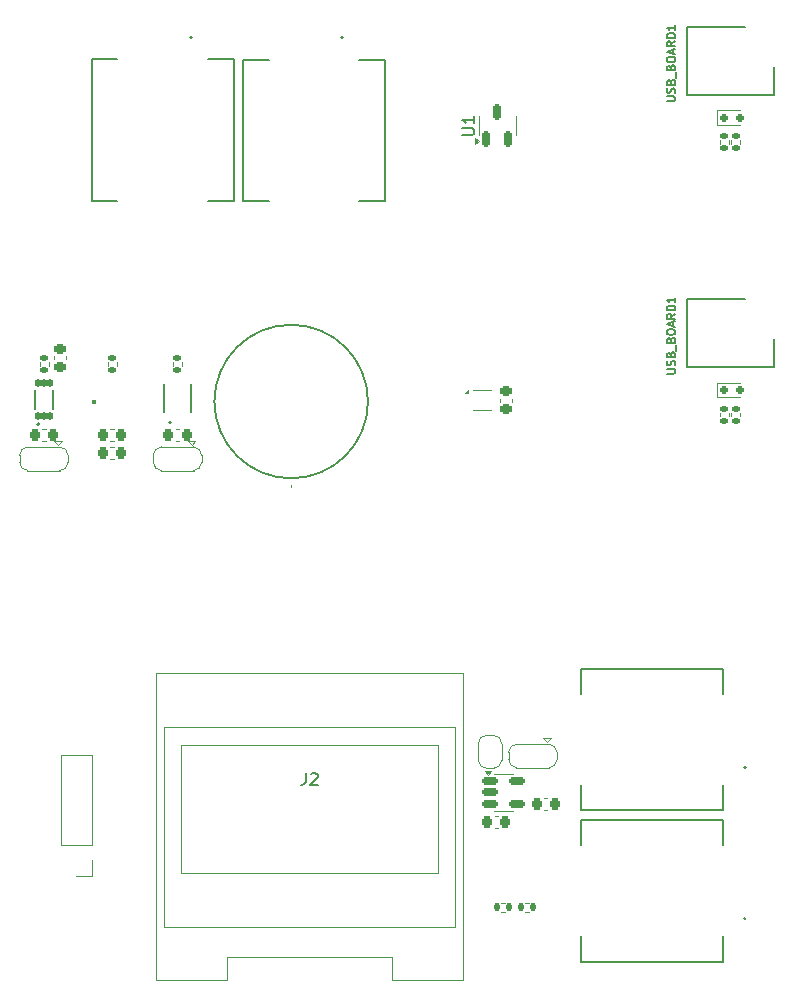
<source format=gbr>
%TF.GenerationSoftware,KiCad,Pcbnew,8.0.6*%
%TF.CreationDate,2024-11-11T19:10:45+01:00*%
%TF.ProjectId,panel,70616e65-6c2e-46b6-9963-61645f706362,rev?*%
%TF.SameCoordinates,Original*%
%TF.FileFunction,Legend,Top*%
%TF.FilePolarity,Positive*%
%FSLAX46Y46*%
G04 Gerber Fmt 4.6, Leading zero omitted, Abs format (unit mm)*
G04 Created by KiCad (PCBNEW 8.0.6) date 2024-11-11 19:10:45*
%MOMM*%
%LPD*%
G01*
G04 APERTURE LIST*
G04 Aperture macros list*
%AMRoundRect*
0 Rectangle with rounded corners*
0 $1 Rounding radius*
0 $2 $3 $4 $5 $6 $7 $8 $9 X,Y pos of 4 corners*
0 Add a 4 corners polygon primitive as box body*
4,1,4,$2,$3,$4,$5,$6,$7,$8,$9,$2,$3,0*
0 Add four circle primitives for the rounded corners*
1,1,$1+$1,$2,$3*
1,1,$1+$1,$4,$5*
1,1,$1+$1,$6,$7*
1,1,$1+$1,$8,$9*
0 Add four rect primitives between the rounded corners*
20,1,$1+$1,$2,$3,$4,$5,0*
20,1,$1+$1,$4,$5,$6,$7,0*
20,1,$1+$1,$6,$7,$8,$9,0*
20,1,$1+$1,$8,$9,$2,$3,0*%
%AMFreePoly0*
4,1,19,0.500000,-0.750000,0.000000,-0.750000,0.000000,-0.744911,-0.071157,-0.744911,-0.207708,-0.704816,-0.327430,-0.627875,-0.420627,-0.520320,-0.479746,-0.390866,-0.500000,-0.250000,-0.500000,0.250000,-0.479746,0.390866,-0.420627,0.520320,-0.327430,0.627875,-0.207708,0.704816,-0.071157,0.744911,0.000000,0.744911,0.000000,0.750000,0.500000,0.750000,0.500000,-0.750000,0.500000,-0.750000,
$1*%
%AMFreePoly1*
4,1,19,0.000000,0.744911,0.071157,0.744911,0.207708,0.704816,0.327430,0.627875,0.420627,0.520320,0.479746,0.390866,0.500000,0.250000,0.500000,-0.250000,0.479746,-0.390866,0.420627,-0.520320,0.327430,-0.627875,0.207708,-0.704816,0.071157,-0.744911,0.000000,-0.744911,0.000000,-0.750000,-0.500000,-0.750000,-0.500000,0.750000,0.000000,0.750000,0.000000,0.744911,0.000000,0.744911,
$1*%
%AMFreePoly2*
4,1,19,0.550000,-0.750000,0.000000,-0.750000,0.000000,-0.744911,-0.071157,-0.744911,-0.207708,-0.704816,-0.327430,-0.627875,-0.420627,-0.520320,-0.479746,-0.390866,-0.500000,-0.250000,-0.500000,0.250000,-0.479746,0.390866,-0.420627,0.520320,-0.327430,0.627875,-0.207708,0.704816,-0.071157,0.744911,0.000000,0.744911,0.000000,0.750000,0.550000,0.750000,0.550000,-0.750000,0.550000,-0.750000,
$1*%
%AMFreePoly3*
4,1,19,0.000000,0.744911,0.071157,0.744911,0.207708,0.704816,0.327430,0.627875,0.420627,0.520320,0.479746,0.390866,0.500000,0.250000,0.500000,-0.250000,0.479746,-0.390866,0.420627,-0.520320,0.327430,-0.627875,0.207708,-0.704816,0.071157,-0.744911,0.000000,-0.744911,0.000000,-0.750000,-0.550000,-0.750000,-0.550000,0.750000,0.000000,0.750000,0.000000,0.744911,0.000000,0.744911,
$1*%
G04 Aperture macros list end*
%ADD10C,0.175000*%
%ADD11C,0.150000*%
%ADD12C,0.120000*%
%ADD13C,0.200000*%
%ADD14C,0.100000*%
%ADD15C,0.152400*%
%ADD16C,0.127000*%
%ADD17RoundRect,0.150000X0.150000X0.200000X-0.150000X0.200000X-0.150000X-0.200000X0.150000X-0.200000X0*%
%ADD18RoundRect,0.135000X0.185000X-0.135000X0.185000X0.135000X-0.185000X0.135000X-0.185000X-0.135000X0*%
%ADD19R,1.275000X1.275000*%
%ADD20C,1.275000*%
%ADD21C,0.650000*%
%ADD22C,1.070000*%
%ADD23C,1.755000*%
%ADD24C,1.875000*%
%ADD25RoundRect,0.225000X-0.225000X-0.250000X0.225000X-0.250000X0.225000X0.250000X-0.225000X0.250000X0*%
%ADD26RoundRect,0.135000X0.135000X0.185000X-0.135000X0.185000X-0.135000X-0.185000X0.135000X-0.185000X0*%
%ADD27C,1.850000*%
%ADD28C,2.000000*%
%ADD29R,1.700000X1.700000*%
%ADD30O,1.700000X1.700000*%
%ADD31FreePoly0,270.000000*%
%ADD32FreePoly1,270.000000*%
%ADD33RoundRect,0.150000X-0.512500X-0.150000X0.512500X-0.150000X0.512500X0.150000X-0.512500X0.150000X0*%
%ADD34FreePoly2,180.000000*%
%ADD35R,1.000000X1.500000*%
%ADD36FreePoly3,180.000000*%
%ADD37C,1.700000*%
%ADD38C,1.600000*%
%ADD39R,1.600000X1.600000*%
%ADD40R,0.400000X1.000000*%
%ADD41R,0.400000X1.100000*%
%ADD42RoundRect,0.135000X-0.185000X0.135000X-0.185000X-0.135000X0.185000X-0.135000X0.185000X0.135000X0*%
%ADD43RoundRect,0.225000X0.250000X-0.225000X0.250000X0.225000X-0.250000X0.225000X-0.250000X-0.225000X0*%
%ADD44R,0.254000X0.660400*%
%ADD45R,1.447800X0.762000*%
%ADD46R,0.750000X0.300000*%
%ADD47RoundRect,0.102000X0.125000X-0.275000X0.125000X0.275000X-0.125000X0.275000X-0.125000X-0.275000X0*%
%ADD48R,2.000000X2.000000*%
%ADD49RoundRect,0.225000X-0.250000X0.225000X-0.250000X-0.225000X0.250000X-0.225000X0.250000X0.225000X0*%
%ADD50RoundRect,0.150000X0.150000X-0.512500X0.150000X0.512500X-0.150000X0.512500X-0.150000X-0.512500X0*%
G04 APERTURE END LIST*
D10*
X161722733Y-83584999D02*
X162289400Y-83584999D01*
X162289400Y-83584999D02*
X162356066Y-83551666D01*
X162356066Y-83551666D02*
X162389400Y-83518332D01*
X162389400Y-83518332D02*
X162422733Y-83451666D01*
X162422733Y-83451666D02*
X162422733Y-83318332D01*
X162422733Y-83318332D02*
X162389400Y-83251666D01*
X162389400Y-83251666D02*
X162356066Y-83218332D01*
X162356066Y-83218332D02*
X162289400Y-83184999D01*
X162289400Y-83184999D02*
X161722733Y-83184999D01*
X162389400Y-82884999D02*
X162422733Y-82784999D01*
X162422733Y-82784999D02*
X162422733Y-82618333D01*
X162422733Y-82618333D02*
X162389400Y-82551666D01*
X162389400Y-82551666D02*
X162356066Y-82518333D01*
X162356066Y-82518333D02*
X162289400Y-82484999D01*
X162289400Y-82484999D02*
X162222733Y-82484999D01*
X162222733Y-82484999D02*
X162156066Y-82518333D01*
X162156066Y-82518333D02*
X162122733Y-82551666D01*
X162122733Y-82551666D02*
X162089400Y-82618333D01*
X162089400Y-82618333D02*
X162056066Y-82751666D01*
X162056066Y-82751666D02*
X162022733Y-82818333D01*
X162022733Y-82818333D02*
X161989400Y-82851666D01*
X161989400Y-82851666D02*
X161922733Y-82884999D01*
X161922733Y-82884999D02*
X161856066Y-82884999D01*
X161856066Y-82884999D02*
X161789400Y-82851666D01*
X161789400Y-82851666D02*
X161756066Y-82818333D01*
X161756066Y-82818333D02*
X161722733Y-82751666D01*
X161722733Y-82751666D02*
X161722733Y-82584999D01*
X161722733Y-82584999D02*
X161756066Y-82484999D01*
X162056066Y-81951666D02*
X162089400Y-81851666D01*
X162089400Y-81851666D02*
X162122733Y-81818332D01*
X162122733Y-81818332D02*
X162189400Y-81784999D01*
X162189400Y-81784999D02*
X162289400Y-81784999D01*
X162289400Y-81784999D02*
X162356066Y-81818332D01*
X162356066Y-81818332D02*
X162389400Y-81851666D01*
X162389400Y-81851666D02*
X162422733Y-81918332D01*
X162422733Y-81918332D02*
X162422733Y-82184999D01*
X162422733Y-82184999D02*
X161722733Y-82184999D01*
X161722733Y-82184999D02*
X161722733Y-81951666D01*
X161722733Y-81951666D02*
X161756066Y-81884999D01*
X161756066Y-81884999D02*
X161789400Y-81851666D01*
X161789400Y-81851666D02*
X161856066Y-81818332D01*
X161856066Y-81818332D02*
X161922733Y-81818332D01*
X161922733Y-81818332D02*
X161989400Y-81851666D01*
X161989400Y-81851666D02*
X162022733Y-81884999D01*
X162022733Y-81884999D02*
X162056066Y-81951666D01*
X162056066Y-81951666D02*
X162056066Y-82184999D01*
X162489400Y-81651666D02*
X162489400Y-81118332D01*
X162056066Y-80718333D02*
X162089400Y-80618333D01*
X162089400Y-80618333D02*
X162122733Y-80584999D01*
X162122733Y-80584999D02*
X162189400Y-80551666D01*
X162189400Y-80551666D02*
X162289400Y-80551666D01*
X162289400Y-80551666D02*
X162356066Y-80584999D01*
X162356066Y-80584999D02*
X162389400Y-80618333D01*
X162389400Y-80618333D02*
X162422733Y-80684999D01*
X162422733Y-80684999D02*
X162422733Y-80951666D01*
X162422733Y-80951666D02*
X161722733Y-80951666D01*
X161722733Y-80951666D02*
X161722733Y-80718333D01*
X161722733Y-80718333D02*
X161756066Y-80651666D01*
X161756066Y-80651666D02*
X161789400Y-80618333D01*
X161789400Y-80618333D02*
X161856066Y-80584999D01*
X161856066Y-80584999D02*
X161922733Y-80584999D01*
X161922733Y-80584999D02*
X161989400Y-80618333D01*
X161989400Y-80618333D02*
X162022733Y-80651666D01*
X162022733Y-80651666D02*
X162056066Y-80718333D01*
X162056066Y-80718333D02*
X162056066Y-80951666D01*
X161722733Y-80118333D02*
X161722733Y-79984999D01*
X161722733Y-79984999D02*
X161756066Y-79918333D01*
X161756066Y-79918333D02*
X161822733Y-79851666D01*
X161822733Y-79851666D02*
X161956066Y-79818333D01*
X161956066Y-79818333D02*
X162189400Y-79818333D01*
X162189400Y-79818333D02*
X162322733Y-79851666D01*
X162322733Y-79851666D02*
X162389400Y-79918333D01*
X162389400Y-79918333D02*
X162422733Y-79984999D01*
X162422733Y-79984999D02*
X162422733Y-80118333D01*
X162422733Y-80118333D02*
X162389400Y-80184999D01*
X162389400Y-80184999D02*
X162322733Y-80251666D01*
X162322733Y-80251666D02*
X162189400Y-80284999D01*
X162189400Y-80284999D02*
X161956066Y-80284999D01*
X161956066Y-80284999D02*
X161822733Y-80251666D01*
X161822733Y-80251666D02*
X161756066Y-80184999D01*
X161756066Y-80184999D02*
X161722733Y-80118333D01*
X162222733Y-79551666D02*
X162222733Y-79218333D01*
X162422733Y-79618333D02*
X161722733Y-79385000D01*
X161722733Y-79385000D02*
X162422733Y-79151666D01*
X162422733Y-78518333D02*
X162089400Y-78751666D01*
X162422733Y-78918333D02*
X161722733Y-78918333D01*
X161722733Y-78918333D02*
X161722733Y-78651666D01*
X161722733Y-78651666D02*
X161756066Y-78585000D01*
X161756066Y-78585000D02*
X161789400Y-78551666D01*
X161789400Y-78551666D02*
X161856066Y-78518333D01*
X161856066Y-78518333D02*
X161956066Y-78518333D01*
X161956066Y-78518333D02*
X162022733Y-78551666D01*
X162022733Y-78551666D02*
X162056066Y-78585000D01*
X162056066Y-78585000D02*
X162089400Y-78651666D01*
X162089400Y-78651666D02*
X162089400Y-78918333D01*
X162422733Y-78218333D02*
X161722733Y-78218333D01*
X161722733Y-78218333D02*
X161722733Y-78051666D01*
X161722733Y-78051666D02*
X161756066Y-77951666D01*
X161756066Y-77951666D02*
X161822733Y-77885000D01*
X161822733Y-77885000D02*
X161889400Y-77851666D01*
X161889400Y-77851666D02*
X162022733Y-77818333D01*
X162022733Y-77818333D02*
X162122733Y-77818333D01*
X162122733Y-77818333D02*
X162256066Y-77851666D01*
X162256066Y-77851666D02*
X162322733Y-77885000D01*
X162322733Y-77885000D02*
X162389400Y-77951666D01*
X162389400Y-77951666D02*
X162422733Y-78051666D01*
X162422733Y-78051666D02*
X162422733Y-78218333D01*
X162422733Y-77151666D02*
X162422733Y-77551666D01*
X162422733Y-77351666D02*
X161722733Y-77351666D01*
X161722733Y-77351666D02*
X161822733Y-77418333D01*
X161822733Y-77418333D02*
X161889400Y-77485000D01*
X161889400Y-77485000D02*
X161922733Y-77551666D01*
D11*
X131156666Y-117404819D02*
X131156666Y-118119104D01*
X131156666Y-118119104D02*
X131109047Y-118261961D01*
X131109047Y-118261961D02*
X131013809Y-118357200D01*
X131013809Y-118357200D02*
X130870952Y-118404819D01*
X130870952Y-118404819D02*
X130775714Y-118404819D01*
X131585238Y-117500057D02*
X131632857Y-117452438D01*
X131632857Y-117452438D02*
X131728095Y-117404819D01*
X131728095Y-117404819D02*
X131966190Y-117404819D01*
X131966190Y-117404819D02*
X132061428Y-117452438D01*
X132061428Y-117452438D02*
X132109047Y-117500057D01*
X132109047Y-117500057D02*
X132156666Y-117595295D01*
X132156666Y-117595295D02*
X132156666Y-117690533D01*
X132156666Y-117690533D02*
X132109047Y-117833390D01*
X132109047Y-117833390D02*
X131537619Y-118404819D01*
X131537619Y-118404819D02*
X132156666Y-118404819D01*
X144414819Y-63351904D02*
X145224342Y-63351904D01*
X145224342Y-63351904D02*
X145319580Y-63304285D01*
X145319580Y-63304285D02*
X145367200Y-63256666D01*
X145367200Y-63256666D02*
X145414819Y-63161428D01*
X145414819Y-63161428D02*
X145414819Y-62970952D01*
X145414819Y-62970952D02*
X145367200Y-62875714D01*
X145367200Y-62875714D02*
X145319580Y-62828095D01*
X145319580Y-62828095D02*
X145224342Y-62780476D01*
X145224342Y-62780476D02*
X144414819Y-62780476D01*
X145414819Y-61780476D02*
X145414819Y-62351904D01*
X145414819Y-62066190D02*
X144414819Y-62066190D01*
X144414819Y-62066190D02*
X144557676Y-62161428D01*
X144557676Y-62161428D02*
X144652914Y-62256666D01*
X144652914Y-62256666D02*
X144700533Y-62351904D01*
D10*
X161722733Y-60509999D02*
X162289400Y-60509999D01*
X162289400Y-60509999D02*
X162356066Y-60476666D01*
X162356066Y-60476666D02*
X162389400Y-60443332D01*
X162389400Y-60443332D02*
X162422733Y-60376666D01*
X162422733Y-60376666D02*
X162422733Y-60243332D01*
X162422733Y-60243332D02*
X162389400Y-60176666D01*
X162389400Y-60176666D02*
X162356066Y-60143332D01*
X162356066Y-60143332D02*
X162289400Y-60109999D01*
X162289400Y-60109999D02*
X161722733Y-60109999D01*
X162389400Y-59809999D02*
X162422733Y-59709999D01*
X162422733Y-59709999D02*
X162422733Y-59543333D01*
X162422733Y-59543333D02*
X162389400Y-59476666D01*
X162389400Y-59476666D02*
X162356066Y-59443333D01*
X162356066Y-59443333D02*
X162289400Y-59409999D01*
X162289400Y-59409999D02*
X162222733Y-59409999D01*
X162222733Y-59409999D02*
X162156066Y-59443333D01*
X162156066Y-59443333D02*
X162122733Y-59476666D01*
X162122733Y-59476666D02*
X162089400Y-59543333D01*
X162089400Y-59543333D02*
X162056066Y-59676666D01*
X162056066Y-59676666D02*
X162022733Y-59743333D01*
X162022733Y-59743333D02*
X161989400Y-59776666D01*
X161989400Y-59776666D02*
X161922733Y-59809999D01*
X161922733Y-59809999D02*
X161856066Y-59809999D01*
X161856066Y-59809999D02*
X161789400Y-59776666D01*
X161789400Y-59776666D02*
X161756066Y-59743333D01*
X161756066Y-59743333D02*
X161722733Y-59676666D01*
X161722733Y-59676666D02*
X161722733Y-59509999D01*
X161722733Y-59509999D02*
X161756066Y-59409999D01*
X162056066Y-58876666D02*
X162089400Y-58776666D01*
X162089400Y-58776666D02*
X162122733Y-58743332D01*
X162122733Y-58743332D02*
X162189400Y-58709999D01*
X162189400Y-58709999D02*
X162289400Y-58709999D01*
X162289400Y-58709999D02*
X162356066Y-58743332D01*
X162356066Y-58743332D02*
X162389400Y-58776666D01*
X162389400Y-58776666D02*
X162422733Y-58843332D01*
X162422733Y-58843332D02*
X162422733Y-59109999D01*
X162422733Y-59109999D02*
X161722733Y-59109999D01*
X161722733Y-59109999D02*
X161722733Y-58876666D01*
X161722733Y-58876666D02*
X161756066Y-58809999D01*
X161756066Y-58809999D02*
X161789400Y-58776666D01*
X161789400Y-58776666D02*
X161856066Y-58743332D01*
X161856066Y-58743332D02*
X161922733Y-58743332D01*
X161922733Y-58743332D02*
X161989400Y-58776666D01*
X161989400Y-58776666D02*
X162022733Y-58809999D01*
X162022733Y-58809999D02*
X162056066Y-58876666D01*
X162056066Y-58876666D02*
X162056066Y-59109999D01*
X162489400Y-58576666D02*
X162489400Y-58043332D01*
X162056066Y-57643333D02*
X162089400Y-57543333D01*
X162089400Y-57543333D02*
X162122733Y-57509999D01*
X162122733Y-57509999D02*
X162189400Y-57476666D01*
X162189400Y-57476666D02*
X162289400Y-57476666D01*
X162289400Y-57476666D02*
X162356066Y-57509999D01*
X162356066Y-57509999D02*
X162389400Y-57543333D01*
X162389400Y-57543333D02*
X162422733Y-57609999D01*
X162422733Y-57609999D02*
X162422733Y-57876666D01*
X162422733Y-57876666D02*
X161722733Y-57876666D01*
X161722733Y-57876666D02*
X161722733Y-57643333D01*
X161722733Y-57643333D02*
X161756066Y-57576666D01*
X161756066Y-57576666D02*
X161789400Y-57543333D01*
X161789400Y-57543333D02*
X161856066Y-57509999D01*
X161856066Y-57509999D02*
X161922733Y-57509999D01*
X161922733Y-57509999D02*
X161989400Y-57543333D01*
X161989400Y-57543333D02*
X162022733Y-57576666D01*
X162022733Y-57576666D02*
X162056066Y-57643333D01*
X162056066Y-57643333D02*
X162056066Y-57876666D01*
X161722733Y-57043333D02*
X161722733Y-56909999D01*
X161722733Y-56909999D02*
X161756066Y-56843333D01*
X161756066Y-56843333D02*
X161822733Y-56776666D01*
X161822733Y-56776666D02*
X161956066Y-56743333D01*
X161956066Y-56743333D02*
X162189400Y-56743333D01*
X162189400Y-56743333D02*
X162322733Y-56776666D01*
X162322733Y-56776666D02*
X162389400Y-56843333D01*
X162389400Y-56843333D02*
X162422733Y-56909999D01*
X162422733Y-56909999D02*
X162422733Y-57043333D01*
X162422733Y-57043333D02*
X162389400Y-57109999D01*
X162389400Y-57109999D02*
X162322733Y-57176666D01*
X162322733Y-57176666D02*
X162189400Y-57209999D01*
X162189400Y-57209999D02*
X161956066Y-57209999D01*
X161956066Y-57209999D02*
X161822733Y-57176666D01*
X161822733Y-57176666D02*
X161756066Y-57109999D01*
X161756066Y-57109999D02*
X161722733Y-57043333D01*
X162222733Y-56476666D02*
X162222733Y-56143333D01*
X162422733Y-56543333D02*
X161722733Y-56310000D01*
X161722733Y-56310000D02*
X162422733Y-56076666D01*
X162422733Y-55443333D02*
X162089400Y-55676666D01*
X162422733Y-55843333D02*
X161722733Y-55843333D01*
X161722733Y-55843333D02*
X161722733Y-55576666D01*
X161722733Y-55576666D02*
X161756066Y-55510000D01*
X161756066Y-55510000D02*
X161789400Y-55476666D01*
X161789400Y-55476666D02*
X161856066Y-55443333D01*
X161856066Y-55443333D02*
X161956066Y-55443333D01*
X161956066Y-55443333D02*
X162022733Y-55476666D01*
X162022733Y-55476666D02*
X162056066Y-55510000D01*
X162056066Y-55510000D02*
X162089400Y-55576666D01*
X162089400Y-55576666D02*
X162089400Y-55843333D01*
X162422733Y-55143333D02*
X161722733Y-55143333D01*
X161722733Y-55143333D02*
X161722733Y-54976666D01*
X161722733Y-54976666D02*
X161756066Y-54876666D01*
X161756066Y-54876666D02*
X161822733Y-54810000D01*
X161822733Y-54810000D02*
X161889400Y-54776666D01*
X161889400Y-54776666D02*
X162022733Y-54743333D01*
X162022733Y-54743333D02*
X162122733Y-54743333D01*
X162122733Y-54743333D02*
X162256066Y-54776666D01*
X162256066Y-54776666D02*
X162322733Y-54810000D01*
X162322733Y-54810000D02*
X162389400Y-54876666D01*
X162389400Y-54876666D02*
X162422733Y-54976666D01*
X162422733Y-54976666D02*
X162422733Y-55143333D01*
X162422733Y-54076666D02*
X162422733Y-54476666D01*
X162422733Y-54276666D02*
X161722733Y-54276666D01*
X161722733Y-54276666D02*
X161822733Y-54343333D01*
X161822733Y-54343333D02*
X161889400Y-54410000D01*
X161889400Y-54410000D02*
X161922733Y-54476666D01*
D12*
%TO.C,D1*%
X165978000Y-84375000D02*
X165978000Y-85575000D01*
X167938000Y-84375000D02*
X165978000Y-84375000D01*
X167938000Y-85575000D02*
X165978000Y-85575000D01*
%TO.C,R2*%
X166218000Y-87208641D02*
X166218000Y-86901359D01*
X166978000Y-87208641D02*
X166978000Y-86901359D01*
D13*
%TO.C,USB_BOARD1*%
X163405000Y-77285000D02*
X163405000Y-83035000D01*
X163405000Y-83035000D02*
X170805000Y-83035000D01*
X168355000Y-77285000D02*
X163405000Y-77285000D01*
X170805000Y-83035000D02*
X170805000Y-80685000D01*
D12*
%TO.C,R1*%
X167188000Y-87198641D02*
X167188000Y-86891359D01*
X167948000Y-87198641D02*
X167948000Y-86891359D01*
%TO.C,C11*%
X147139420Y-121040000D02*
X147420580Y-121040000D01*
X147139420Y-122060000D02*
X147420580Y-122060000D01*
%TO.C,R2*%
X150033641Y-128370000D02*
X149726359Y-128370000D01*
X150033641Y-129130000D02*
X149726359Y-129130000D01*
D13*
%TO.C,S4*%
X154480000Y-121362500D02*
X154480000Y-123513500D01*
X154480000Y-121362500D02*
X166480000Y-121362500D01*
X154480000Y-133362500D02*
X154480000Y-131211500D01*
X166480000Y-121362500D02*
X166480000Y-123513500D01*
X166480000Y-133362500D02*
X154480000Y-133362500D01*
X166480000Y-133362500D02*
X166480000Y-131211500D01*
X168417000Y-129746500D02*
G75*
G02*
X168253000Y-129746500I-82000J0D01*
G01*
X168253000Y-129746500D02*
G75*
G02*
X168417000Y-129746500I82000J0D01*
G01*
D12*
%TO.C,J4*%
X110400000Y-123510000D02*
X110400000Y-115830000D01*
X113060000Y-115830000D02*
X110400000Y-115830000D01*
X113060000Y-123510000D02*
X110400000Y-123510000D01*
X113060000Y-123510000D02*
X113060000Y-115830000D01*
X113060000Y-124780000D02*
X113060000Y-126110000D01*
X113060000Y-126110000D02*
X111730000Y-126110000D01*
%TO.C,JP5*%
X145755000Y-116300000D02*
X145755000Y-114900000D01*
X146455000Y-114200000D02*
X147055000Y-114200000D01*
X147055000Y-117000000D02*
X146455000Y-117000000D01*
X147755000Y-114900000D02*
X147755000Y-116300000D01*
X145755000Y-114900000D02*
G75*
G02*
X146455000Y-114200000I699999J1D01*
G01*
X146455000Y-117000000D02*
G75*
G02*
X145755000Y-116300000I0J700000D01*
G01*
X147055000Y-114200000D02*
G75*
G02*
X147755000Y-114900000I1J-699999D01*
G01*
X147755000Y-116300000D02*
G75*
G02*
X147055000Y-117000000I-700000J0D01*
G01*
%TO.C,U5*%
X147905000Y-117477500D02*
X147105000Y-117477500D01*
X147905000Y-117477500D02*
X148705000Y-117477500D01*
X147905000Y-120597500D02*
X147105000Y-120597500D01*
X147905000Y-120597500D02*
X148705000Y-120597500D01*
X146605000Y-117527500D02*
X146365000Y-117197500D01*
X146845000Y-117197500D01*
X146605000Y-117527500D01*
G36*
X146605000Y-117527500D02*
G01*
X146365000Y-117197500D01*
X146845000Y-117197500D01*
X146605000Y-117527500D01*
G37*
%TO.C,R3*%
X147983641Y-128370000D02*
X147676359Y-128370000D01*
X147983641Y-129130000D02*
X147676359Y-129130000D01*
%TO.C,C10*%
X151339420Y-119490000D02*
X151620580Y-119490000D01*
X151339420Y-120510000D02*
X151620580Y-120510000D01*
%TO.C,JP4*%
X148330000Y-116250000D02*
X148330000Y-115650000D01*
X148980000Y-114950000D02*
X151780000Y-114950000D01*
X151580000Y-114750000D02*
X151280000Y-114450000D01*
X151580000Y-114750000D02*
X151880000Y-114450000D01*
X151780000Y-116950000D02*
X148980000Y-116950000D01*
X151880000Y-114450000D02*
X151280000Y-114450000D01*
X152430000Y-115650000D02*
X152430000Y-116250000D01*
X148330000Y-115650000D02*
G75*
G02*
X149030000Y-114950000I700000J0D01*
G01*
X149030000Y-116950000D02*
G75*
G02*
X148330000Y-116250000I0J700000D01*
G01*
X151730000Y-114950000D02*
G75*
G02*
X152430000Y-115650000I1J-699999D01*
G01*
X152430000Y-116250000D02*
G75*
G02*
X151730000Y-116950000I-699999J-1D01*
G01*
D13*
%TO.C,S3*%
X154480000Y-108557500D02*
X154480000Y-110708500D01*
X154480000Y-108557500D02*
X166480000Y-108557500D01*
X154480000Y-120557500D02*
X154480000Y-118406500D01*
X166480000Y-108557500D02*
X166480000Y-110708500D01*
X166480000Y-120557500D02*
X154480000Y-120557500D01*
X166480000Y-120557500D02*
X166480000Y-118406500D01*
X168417000Y-116941500D02*
G75*
G02*
X168253000Y-116941500I-82000J0D01*
G01*
X168253000Y-116941500D02*
G75*
G02*
X168417000Y-116941500I82000J0D01*
G01*
D12*
%TO.C,J2*%
X118490000Y-108950000D02*
X118490000Y-134950000D01*
X118490000Y-134950000D02*
X124490000Y-134950000D01*
X119120000Y-113520000D02*
X119120000Y-130420000D01*
X119120000Y-130420000D02*
X143820000Y-130420000D01*
X120620000Y-115000000D02*
X120620000Y-125860000D01*
X120620000Y-125860000D02*
X142360000Y-125860000D01*
X124490000Y-132950000D02*
X138490000Y-132950000D01*
X124490000Y-134950000D02*
X124490000Y-132950000D01*
X138490000Y-132950000D02*
X138490000Y-134950000D01*
X138490000Y-134950000D02*
X144490000Y-134950000D01*
X142360000Y-115000000D02*
X120620000Y-115000000D01*
X142360000Y-125860000D02*
X142360000Y-115000000D01*
X143820000Y-113520000D02*
X119120000Y-113520000D01*
X143820000Y-130420000D02*
X143820000Y-113520000D01*
X144490000Y-108950000D02*
X118490000Y-108950000D01*
X144490000Y-134950000D02*
X144490000Y-108950000D01*
%TO.C,U2*%
D14*
X113035400Y-85840000D02*
X113285400Y-85840000D01*
X113285400Y-86090000D01*
X113035400Y-86090000D01*
X113035400Y-85840000D01*
G36*
X113035400Y-85840000D02*
G01*
X113285400Y-85840000D01*
X113285400Y-86090000D01*
X113035400Y-86090000D01*
X113035400Y-85840000D01*
G37*
D12*
%TO.C,R1*%
X108620000Y-82936141D02*
X108620000Y-82628859D01*
X109380000Y-82936141D02*
X109380000Y-82628859D01*
%TO.C,JP2*%
X118245000Y-91087500D02*
X118245000Y-90487500D01*
X118895000Y-89787500D02*
X121695000Y-89787500D01*
X121495000Y-89587500D02*
X121195000Y-89287500D01*
X121495000Y-89587500D02*
X121795000Y-89287500D01*
X121695000Y-91787500D02*
X118895000Y-91787500D01*
X121795000Y-89287500D02*
X121195000Y-89287500D01*
X122345000Y-90487500D02*
X122345000Y-91087500D01*
X118245000Y-90487500D02*
G75*
G02*
X118945000Y-89787500I700000J0D01*
G01*
X118945000Y-91787500D02*
G75*
G02*
X118245000Y-91087500I0J700000D01*
G01*
X121645000Y-89787500D02*
G75*
G02*
X122345000Y-90487500I1J-699999D01*
G01*
X122345000Y-91087500D02*
G75*
G02*
X121645000Y-91787500I-699999J-1D01*
G01*
%TO.C,R3*%
X119915000Y-82628859D02*
X119915000Y-82936141D01*
X120675000Y-82628859D02*
X120675000Y-82936141D01*
%TO.C,C5*%
X120154420Y-88285000D02*
X120435580Y-88285000D01*
X120154420Y-89305000D02*
X120435580Y-89305000D01*
%TO.C,C1*%
X109830000Y-82375580D02*
X109830000Y-82094420D01*
X110850000Y-82375580D02*
X110850000Y-82094420D01*
%TO.C,C2*%
X108849420Y-88285000D02*
X109130580Y-88285000D01*
X108849420Y-89305000D02*
X109130580Y-89305000D01*
%TO.C,C4*%
X114609420Y-89755000D02*
X114890580Y-89755000D01*
X114609420Y-90775000D02*
X114890580Y-90775000D01*
D15*
%TO.C,U3*%
X119113900Y-84484700D02*
X119113900Y-86846900D01*
X121476100Y-86846900D02*
X121476100Y-84484700D01*
X119746600Y-87725500D02*
G75*
G02*
X119543400Y-87725500I-101600J0D01*
G01*
X119543400Y-87725500D02*
G75*
G02*
X119746600Y-87725500I101600J0D01*
G01*
D12*
%TO.C,C3*%
X114609420Y-88285000D02*
X114890580Y-88285000D01*
X114609420Y-89305000D02*
X114890580Y-89305000D01*
%TO.C,U4*%
X145337500Y-84975000D02*
X146837500Y-84975000D01*
X145337500Y-86695000D02*
X146837500Y-86695000D01*
X144887500Y-85235000D02*
X144607500Y-85235000D01*
X144887500Y-84955000D01*
X144887500Y-85235000D01*
G36*
X144887500Y-85235000D02*
G01*
X144607500Y-85235000D01*
X144887500Y-84955000D01*
X144887500Y-85235000D01*
G37*
%TO.C,R2*%
X114390000Y-82628859D02*
X114390000Y-82936141D01*
X115150000Y-82628859D02*
X115150000Y-82936141D01*
D16*
%TO.C,U1*%
X108195000Y-84972500D02*
X108195000Y-86532500D01*
X109795000Y-86532500D02*
X109795000Y-84972500D01*
D13*
X108595000Y-87852500D02*
G75*
G02*
X108395000Y-87852500I-100000J0D01*
G01*
X108395000Y-87852500D02*
G75*
G02*
X108595000Y-87852500I100000J0D01*
G01*
D12*
%TO.C,JP1*%
X106930000Y-91087500D02*
X106930000Y-90487500D01*
X107580000Y-89787500D02*
X110380000Y-89787500D01*
X110180000Y-89587500D02*
X109880000Y-89287500D01*
X110180000Y-89587500D02*
X110480000Y-89287500D01*
X110380000Y-91787500D02*
X107580000Y-91787500D01*
X110480000Y-89287500D02*
X109880000Y-89287500D01*
X111030000Y-90487500D02*
X111030000Y-91087500D01*
X106930000Y-90487500D02*
G75*
G02*
X107630000Y-89787500I700000J0D01*
G01*
X107630000Y-91787500D02*
G75*
G02*
X106930000Y-91087500I0J700000D01*
G01*
X110330000Y-89787500D02*
G75*
G02*
X111030000Y-90487500I1J-699999D01*
G01*
X111030000Y-91087500D02*
G75*
G02*
X110330000Y-91787500I-699999J-1D01*
G01*
D13*
%TO.C,L1*%
X123420000Y-85940000D02*
X123420000Y-85940000D01*
D14*
X129920000Y-93040000D02*
X129920000Y-93040000D01*
X129920000Y-93140000D02*
X129920000Y-93140000D01*
D13*
X136420000Y-85940000D02*
X136420000Y-85940000D01*
X123420000Y-85940000D02*
G75*
G02*
X136420000Y-85940000I6500000J0D01*
G01*
D14*
X129920000Y-93040000D02*
G75*
G02*
X129920000Y-93140000I0J-50000D01*
G01*
X129920000Y-93140000D02*
G75*
G02*
X129920000Y-93040000I0J50000D01*
G01*
D13*
X136420000Y-85940000D02*
G75*
G02*
X123420000Y-85940000I-6500000J0D01*
G01*
D12*
%TO.C,C6*%
X147570000Y-85694420D02*
X147570000Y-85975580D01*
X148590000Y-85694420D02*
X148590000Y-85975580D01*
D13*
%TO.C,S1*%
X113055000Y-56978500D02*
X115206000Y-56978500D01*
X113055000Y-68978500D02*
X113055000Y-56978500D01*
X113055000Y-68978500D02*
X115206000Y-68978500D01*
X125055000Y-56978500D02*
X122904000Y-56978500D01*
X125055000Y-56978500D02*
X125055000Y-68978500D01*
X125055000Y-68978500D02*
X122904000Y-68978500D01*
X121521000Y-55123500D02*
G75*
G02*
X121357000Y-55123500I-82000J0D01*
G01*
X121357000Y-55123500D02*
G75*
G02*
X121521000Y-55123500I82000J0D01*
G01*
D12*
%TO.C,U1*%
X145800000Y-62590000D02*
X145800000Y-61790000D01*
X145800000Y-62590000D02*
X145800000Y-63390000D01*
X148920000Y-62590000D02*
X148920000Y-61790000D01*
X148920000Y-62590000D02*
X148920000Y-63390000D01*
X145850000Y-63890000D02*
X145520000Y-64130000D01*
X145520000Y-63650000D01*
X145850000Y-63890000D01*
G36*
X145850000Y-63890000D02*
G01*
X145520000Y-64130000D01*
X145520000Y-63650000D01*
X145850000Y-63890000D01*
G37*
D13*
%TO.C,S2*%
X125855000Y-56988500D02*
X128006000Y-56988500D01*
X125855000Y-68988500D02*
X125855000Y-56988500D01*
X125855000Y-68988500D02*
X128006000Y-68988500D01*
X137855000Y-56988500D02*
X135704000Y-56988500D01*
X137855000Y-56988500D02*
X137855000Y-68988500D01*
X137855000Y-68988500D02*
X135704000Y-68988500D01*
X134321000Y-55133500D02*
G75*
G02*
X134157000Y-55133500I-82000J0D01*
G01*
X134157000Y-55133500D02*
G75*
G02*
X134321000Y-55133500I82000J0D01*
G01*
D12*
%TO.C,R1*%
X167188000Y-64123641D02*
X167188000Y-63816359D01*
X167948000Y-64123641D02*
X167948000Y-63816359D01*
%TO.C,R2*%
X166218000Y-64133641D02*
X166218000Y-63826359D01*
X166978000Y-64133641D02*
X166978000Y-63826359D01*
%TO.C,D1*%
X165978000Y-61300000D02*
X165978000Y-62500000D01*
X167938000Y-61300000D02*
X165978000Y-61300000D01*
X167938000Y-62500000D02*
X165978000Y-62500000D01*
D13*
%TO.C,USB_BOARD1*%
X163405000Y-54210000D02*
X163405000Y-59960000D01*
X163405000Y-59960000D02*
X170805000Y-59960000D01*
X168355000Y-54210000D02*
X163405000Y-54210000D01*
X170805000Y-59960000D02*
X170805000Y-57610000D01*
%TD*%
%LPC*%
D17*
%TO.C,D1*%
X166538000Y-84975000D03*
X167938000Y-84975000D03*
%TD*%
D18*
%TO.C,R2*%
X166598000Y-87565000D03*
X166598000Y-86545000D03*
%TD*%
D19*
%TO.C,USB_BOARD1*%
X168355000Y-80685000D03*
D20*
X165855000Y-80685000D03*
%TD*%
D18*
%TO.C,R1*%
X167568000Y-87555000D03*
X167568000Y-86535000D03*
%TD*%
D21*
%TO.C,J1*%
X170980000Y-93240000D03*
D22*
X163230000Y-93240000D03*
D23*
X171425000Y-91440000D03*
X162785000Y-91440000D03*
D24*
X169405000Y-92870000D03*
X164805000Y-92870000D03*
%TD*%
D25*
%TO.C,C11*%
X146505000Y-121550000D03*
X148055000Y-121550000D03*
%TD*%
D26*
%TO.C,R2*%
X150390000Y-128750000D03*
X149370000Y-128750000D03*
%TD*%
D27*
%TO.C,S4*%
X160480000Y-122862500D03*
X160480000Y-131862500D03*
D28*
X166730000Y-129862500D03*
X154230000Y-129862500D03*
X166730000Y-124862500D03*
X154230000Y-124862500D03*
%TD*%
D29*
%TO.C,J4*%
X111730000Y-124780000D03*
D30*
X111730000Y-122240000D03*
X111730000Y-119700000D03*
X111730000Y-117160000D03*
%TD*%
D31*
%TO.C,JP5*%
X146755000Y-114950000D03*
D32*
X146755000Y-116250000D03*
%TD*%
D33*
%TO.C,U5*%
X146767500Y-118087500D03*
X146767500Y-119037500D03*
X146767500Y-119987500D03*
X149042500Y-119987500D03*
X149042500Y-118087500D03*
%TD*%
D26*
%TO.C,R3*%
X148340000Y-128750000D03*
X147320000Y-128750000D03*
%TD*%
D25*
%TO.C,C10*%
X150705000Y-120000000D03*
X152255000Y-120000000D03*
%TD*%
D34*
%TO.C,JP4*%
X151680000Y-115950000D03*
D35*
X150380000Y-115950000D03*
D36*
X149080000Y-115950000D03*
%TD*%
D27*
%TO.C,S3*%
X160480000Y-110057500D03*
X160480000Y-119057500D03*
D28*
X166730000Y-117057500D03*
X154230000Y-117057500D03*
X166730000Y-112057500D03*
X154230000Y-112057500D03*
%TD*%
D37*
%TO.C,J3*%
X108485000Y-117150000D03*
D30*
X108485000Y-119690000D03*
X108485000Y-122230000D03*
X108485000Y-124770000D03*
%TD*%
D38*
%TO.C,J2*%
X127680000Y-110450000D03*
X130220000Y-110450000D03*
X132760000Y-110450000D03*
X135300000Y-110450000D03*
%TD*%
D19*
%TO.C,U3*%
X149790000Y-133200000D03*
D20*
X149790000Y-130700000D03*
%TD*%
D29*
%TO.C,J12*%
X119080000Y-106500000D03*
%TD*%
%TO.C,J15*%
X116150000Y-135050000D03*
D30*
X116150000Y-132510000D03*
%TD*%
D29*
%TO.C,J10*%
X140430000Y-106550000D03*
%TD*%
%TO.C,J7*%
X136830000Y-106550000D03*
%TD*%
%TO.C,J9*%
X126180000Y-106550000D03*
%TD*%
%TO.C,J13*%
X129730000Y-106500000D03*
%TD*%
%TO.C,J8*%
X111605000Y-104350000D03*
D30*
X114145000Y-104350000D03*
%TD*%
D29*
%TO.C,J11*%
X122630000Y-106500000D03*
%TD*%
%TO.C,J1*%
X160080000Y-139900000D03*
D30*
X157540000Y-139900000D03*
X155000000Y-139900000D03*
%TD*%
D29*
%TO.C,J14*%
X133280000Y-106500000D03*
%TD*%
D19*
%TO.C,USB_BOARD1*%
X149780000Y-125300000D03*
D20*
X149780000Y-122800000D03*
%TD*%
D29*
%TO.C,J6*%
X169180000Y-113360000D03*
D30*
X169180000Y-115900000D03*
X169180000Y-118440000D03*
X169180000Y-120980000D03*
X169180000Y-123520000D03*
X169180000Y-126060000D03*
X169180000Y-128600000D03*
%TD*%
D39*
%TO.C,C5*%
X150285100Y-108750000D03*
D38*
X147785100Y-108750000D03*
%TD*%
D29*
%TO.C,J5*%
X155980000Y-103800000D03*
D30*
X158520000Y-103800000D03*
X161060000Y-103800000D03*
X163600000Y-103800000D03*
X166140000Y-103800000D03*
X168680000Y-103800000D03*
X171220000Y-103800000D03*
%TD*%
D40*
%TO.C,U2*%
X114010400Y-87040000D03*
X114760400Y-87040000D03*
X115510400Y-87040000D03*
D41*
X115510400Y-84890000D03*
X114760400Y-84890000D03*
X114010400Y-84890000D03*
%TD*%
D18*
%TO.C,R1*%
X109000000Y-83292500D03*
X109000000Y-82272500D03*
%TD*%
D34*
%TO.C,JP2*%
X121595000Y-90787500D03*
D35*
X120295000Y-90787500D03*
D36*
X118995000Y-90787500D03*
%TD*%
D42*
%TO.C,R3*%
X120295000Y-82272500D03*
X120295000Y-83292500D03*
%TD*%
D25*
%TO.C,C5*%
X119520000Y-88795000D03*
X121070000Y-88795000D03*
%TD*%
D43*
%TO.C,C1*%
X110340000Y-83010000D03*
X110340000Y-81460000D03*
%TD*%
D25*
%TO.C,C2*%
X108215000Y-88795000D03*
X109765000Y-88795000D03*
%TD*%
%TO.C,C4*%
X113975000Y-90265000D03*
X115525000Y-90265000D03*
%TD*%
D44*
%TO.C,U3*%
X119645001Y-86694500D03*
X120295000Y-86694500D03*
X120944999Y-86694500D03*
X120944999Y-84637100D03*
X120295000Y-84637100D03*
X119645001Y-84637100D03*
D45*
X120295000Y-85665800D03*
%TD*%
D25*
%TO.C,C3*%
X113975000Y-88795000D03*
X115525000Y-88795000D03*
%TD*%
D46*
%TO.C,U4*%
X145262500Y-85435000D03*
X145262500Y-86235000D03*
X146912500Y-86235000D03*
X146912500Y-85435000D03*
%TD*%
D42*
%TO.C,R2*%
X114770000Y-82272500D03*
X114770000Y-83292500D03*
%TD*%
D47*
%TO.C,U1*%
X108495000Y-87127500D03*
X108995000Y-87127500D03*
X109495000Y-87127500D03*
X109495000Y-84377500D03*
X108995000Y-84377500D03*
X108495000Y-84377500D03*
%TD*%
D34*
%TO.C,JP1*%
X110280000Y-90787500D03*
D35*
X108980000Y-90787500D03*
D36*
X107680000Y-90787500D03*
%TD*%
D48*
%TO.C,L1*%
X129920000Y-89740000D03*
D28*
X129920000Y-82140000D03*
%TD*%
D49*
%TO.C,C6*%
X148080000Y-85060000D03*
X148080000Y-86610000D03*
%TD*%
D29*
%TO.C,J2*%
X114760000Y-79335000D03*
%TD*%
%TO.C,J1*%
X105650000Y-78235000D03*
D30*
X105650000Y-80775000D03*
X105650000Y-83315000D03*
X105650000Y-85855000D03*
X105650000Y-88395000D03*
X105650000Y-90935000D03*
X105650000Y-93475000D03*
%TD*%
D27*
%TO.C,S1*%
X114555000Y-62978500D03*
X123555000Y-62978500D03*
D28*
X121555000Y-56728500D03*
X121555000Y-69228500D03*
X116555000Y-56728500D03*
X116555000Y-69228500D03*
%TD*%
D50*
%TO.C,U1*%
X146410000Y-63727500D03*
X148310000Y-63727500D03*
X147360000Y-61452500D03*
%TD*%
D27*
%TO.C,S2*%
X127355000Y-62988500D03*
X136355000Y-62988500D03*
D28*
X134355000Y-56738500D03*
X134355000Y-69238500D03*
X129355000Y-56738500D03*
X129355000Y-69238500D03*
%TD*%
D29*
%TO.C,J1*%
X105670000Y-54885000D03*
D30*
X105670000Y-57425000D03*
X105670000Y-59965000D03*
X105670000Y-62505000D03*
X105670000Y-65045000D03*
X105670000Y-67585000D03*
X105670000Y-70125000D03*
%TD*%
D18*
%TO.C,R1*%
X167568000Y-64480000D03*
X167568000Y-63460000D03*
%TD*%
%TO.C,R2*%
X166598000Y-64490000D03*
X166598000Y-63470000D03*
%TD*%
D17*
%TO.C,D1*%
X166538000Y-61900000D03*
X167938000Y-61900000D03*
%TD*%
D19*
%TO.C,USB_BOARD1*%
X168355000Y-57610000D03*
D20*
X165855000Y-57610000D03*
%TD*%
D21*
%TO.C,J1*%
X170980000Y-70165000D03*
D22*
X163230000Y-70165000D03*
D23*
X171425000Y-68365000D03*
X162785000Y-68365000D03*
D24*
X169405000Y-69795000D03*
X164805000Y-69795000D03*
%TD*%
%LPD*%
M02*

</source>
